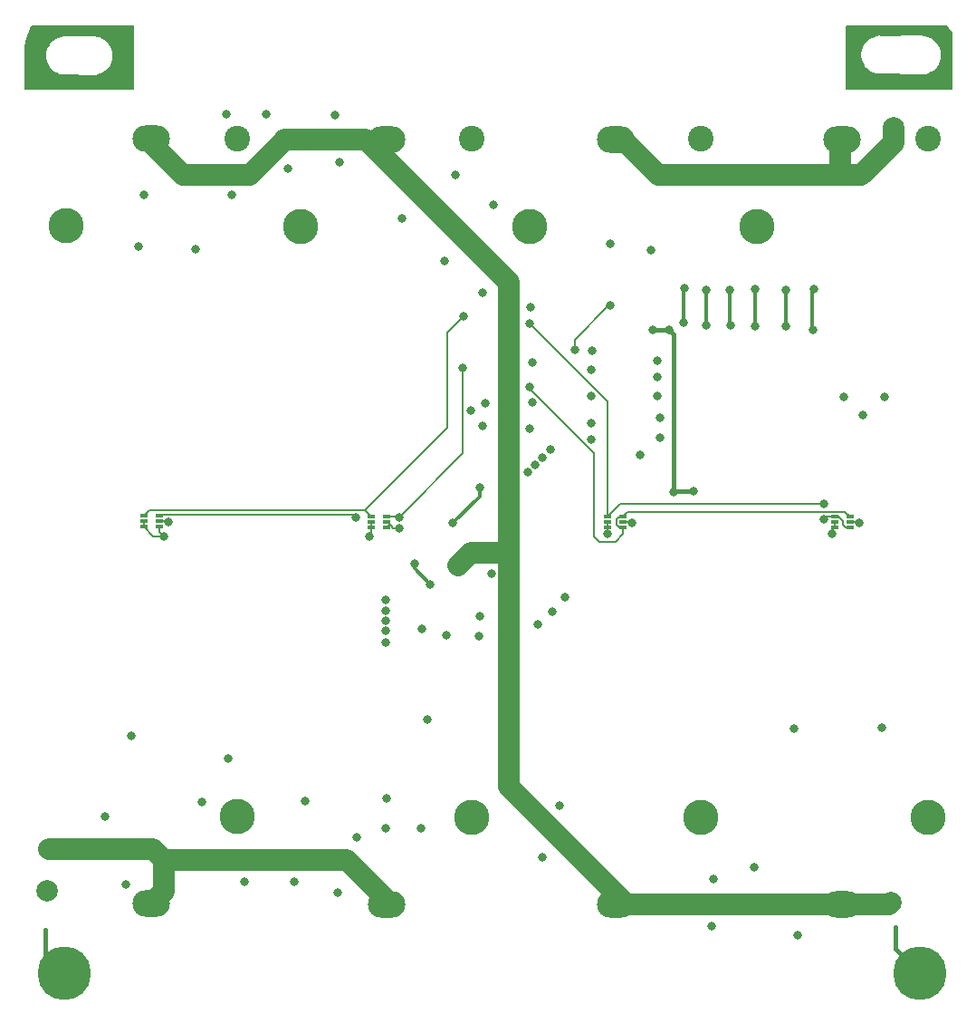
<source format=gbr>
%TF.GenerationSoftware,KiCad,Pcbnew,9.0.3*%
%TF.CreationDate,2025-09-24T18:51:33-07:00*%
%TF.ProjectId,battery_pack_v2,62617474-6572-4795-9f70-61636b5f7632,rev?*%
%TF.SameCoordinates,Original*%
%TF.FileFunction,Copper,L1,Top*%
%TF.FilePolarity,Positive*%
%FSLAX46Y46*%
G04 Gerber Fmt 4.6, Leading zero omitted, Abs format (unit mm)*
G04 Created by KiCad (PCBNEW 9.0.3) date 2025-09-24 18:51:33*
%MOMM*%
%LPD*%
G01*
G04 APERTURE LIST*
G04 Aperture macros list*
%AMRoundRect*
0 Rectangle with rounded corners*
0 $1 Rounding radius*
0 $2 $3 $4 $5 $6 $7 $8 $9 X,Y pos of 4 corners*
0 Add a 4 corners polygon primitive as box body*
4,1,4,$2,$3,$4,$5,$6,$7,$8,$9,$2,$3,0*
0 Add four circle primitives for the rounded corners*
1,1,$1+$1,$2,$3*
1,1,$1+$1,$4,$5*
1,1,$1+$1,$6,$7*
1,1,$1+$1,$8,$9*
0 Add four rect primitives between the rounded corners*
20,1,$1+$1,$2,$3,$4,$5,0*
20,1,$1+$1,$4,$5,$6,$7,0*
20,1,$1+$1,$6,$7,$8,$9,0*
20,1,$1+$1,$8,$9,$2,$3,0*%
G04 Aperture macros list end*
%TA.AperFunction,ComponentPad*%
%ADD10C,5.000000*%
%TD*%
%TA.AperFunction,ComponentPad*%
%ADD11C,3.300000*%
%TD*%
%TA.AperFunction,ComponentPad*%
%ADD12C,2.400000*%
%TD*%
%TA.AperFunction,ComponentPad*%
%ADD13O,3.500000X2.500000*%
%TD*%
%TA.AperFunction,ComponentPad*%
%ADD14C,2.000000*%
%TD*%
%TA.AperFunction,SMDPad,CuDef*%
%ADD15RoundRect,0.087500X-0.250000X-0.087500X0.250000X-0.087500X0.250000X0.087500X-0.250000X0.087500X0*%
%TD*%
%TA.AperFunction,ViaPad*%
%ADD16C,0.800000*%
%TD*%
%TA.AperFunction,Conductor*%
%ADD17C,2.000000*%
%TD*%
%TA.AperFunction,Conductor*%
%ADD18C,0.300000*%
%TD*%
%TA.AperFunction,Conductor*%
%ADD19C,0.152400*%
%TD*%
%TA.AperFunction,Conductor*%
%ADD20C,0.400000*%
%TD*%
G04 APERTURE END LIST*
D10*
%TO.P,,1*%
%TO.N,Chassis Ground*%
X194500000Y-131530000D03*
%TD*%
D11*
%TO.P,BT3,*%
%TO.N,*%
X130600000Y-116950000D03*
X114600000Y-61750000D03*
D12*
X130600000Y-53550000D03*
D13*
%TO.P,BT3,1,+*%
%TO.N,BM*%
X122600000Y-53630000D03*
%TO.P,BT3,2,-*%
%TO.N,B-*%
X122600000Y-125070000D03*
%TD*%
D14*
%TO.P,TP2,1,1*%
%TO.N,B-*%
X113000000Y-120000000D03*
%TD*%
D15*
%TO.P,U5,1,SCL*%
%TO.N,/SCL*%
X165287500Y-88890000D03*
%TO.P,U5,2,GND*%
%TO.N,PACK-*%
X165287500Y-89390000D03*
%TO.P,U5,3,ALERT*%
X165287500Y-89890000D03*
%TO.P,U5,4,ADD0*%
%TO.N,/SDA*%
X166712500Y-89890000D03*
%TO.P,U5,5,V+*%
%TO.N,+3V3*%
X166712500Y-89390000D03*
%TO.P,U5,6,SDA*%
%TO.N,/SDA*%
X166712500Y-88890000D03*
%TD*%
%TO.P,U2,1,SCL*%
%TO.N,/SCL*%
X121887500Y-88850000D03*
%TO.P,U2,2,GND*%
%TO.N,PACK-*%
X121887500Y-89350000D03*
%TO.P,U2,3,ALERT*%
X121887500Y-89850000D03*
%TO.P,U2,4,ADD0*%
X123312500Y-89850000D03*
%TO.P,U2,5,V+*%
%TO.N,+3V3*%
X123312500Y-89350000D03*
%TO.P,U2,6,SDA*%
%TO.N,/SDA*%
X123312500Y-88850000D03*
%TD*%
D14*
%TO.P,TP5,1,1*%
%TO.N,PACK+*%
X192000000Y-52550000D03*
%TD*%
D11*
%TO.P,BT1,*%
%TO.N,*%
X152600000Y-116970000D03*
X136600000Y-61770000D03*
D12*
X152600000Y-53570000D03*
D13*
%TO.P,BT1,1,+*%
%TO.N,BM*%
X144600000Y-53650000D03*
%TO.P,BT1,2,-*%
%TO.N,B-*%
X144600000Y-125090000D03*
%TD*%
D11*
%TO.P,BT2,*%
%TO.N,*%
X174000000Y-116990000D03*
X158000000Y-61790000D03*
D12*
X174000000Y-53590000D03*
D13*
%TO.P,BT2,1,+*%
%TO.N,PACK+*%
X166000000Y-53670000D03*
%TO.P,BT2,2,-*%
%TO.N,BM*%
X166000000Y-125110000D03*
%TD*%
D15*
%TO.P,U4,1,SCL*%
%TO.N,/SCL*%
X143175000Y-88870000D03*
%TO.P,U4,2,GND*%
%TO.N,PACK-*%
X143175000Y-89370000D03*
%TO.P,U4,3,ALERT*%
X143175000Y-89870000D03*
%TO.P,U4,4,ADD0*%
%TO.N,+3V3*%
X144600000Y-89870000D03*
%TO.P,U4,5,V+*%
X144600000Y-89370000D03*
%TO.P,U4,6,SDA*%
%TO.N,/SDA*%
X144600000Y-88870000D03*
%TD*%
%TO.P,U6,1,SCL*%
%TO.N,/SCL*%
X186487500Y-88900000D03*
%TO.P,U6,2,GND*%
%TO.N,PACK-*%
X186487500Y-89400000D03*
%TO.P,U6,3,ALERT*%
X186487500Y-89900000D03*
%TO.P,U6,4,ADD0*%
%TO.N,/SCL*%
X187912500Y-89900000D03*
%TO.P,U6,5,V+*%
%TO.N,+3V3*%
X187912500Y-89400000D03*
%TO.P,U6,6,SDA*%
%TO.N,/SDA*%
X187912500Y-88900000D03*
%TD*%
D10*
%TO.P,,1*%
%TO.N,Chassis Ground*%
X114500000Y-131530000D03*
%TD*%
D14*
%TO.P,TP4,1,1*%
%TO.N,PACK-*%
X112860000Y-123900000D03*
%TD*%
%TO.P,TP3,1,1*%
%TO.N,BM*%
X191800000Y-125000000D03*
%TD*%
D11*
%TO.P,BT4,*%
%TO.N,*%
X195200000Y-117000000D03*
X179200000Y-61800000D03*
D12*
X195200000Y-53600000D03*
D13*
%TO.P,BT4,1,+*%
%TO.N,PACK+*%
X187200000Y-53680000D03*
%TO.P,BT4,2,-*%
%TO.N,BM*%
X187200000Y-125120000D03*
%TD*%
D16*
%TO.N,/VDD*%
X147190097Y-93301507D03*
X148705560Y-95268460D03*
%TO.N,PACK-*%
X121900000Y-58800000D03*
X182700000Y-108700000D03*
X139800000Y-51400000D03*
X163700000Y-77600000D03*
X169300000Y-64000000D03*
X144500000Y-99600000D03*
X158000000Y-80700000D03*
X158200000Y-78200000D03*
X169900000Y-75850000D03*
X165250000Y-90500000D03*
X179000000Y-121700000D03*
X144500000Y-100700000D03*
X146000000Y-61000000D03*
X129800000Y-111500000D03*
X183000000Y-128000000D03*
X163700000Y-75200000D03*
X163700000Y-80200000D03*
X147800000Y-118000000D03*
X148400000Y-107900000D03*
X161300000Y-96400000D03*
X168300000Y-83100000D03*
X137000000Y-115500000D03*
X153600000Y-68000000D03*
X118300000Y-116900000D03*
X126700000Y-63900000D03*
X141800000Y-118900000D03*
X165500000Y-63400000D03*
X157775506Y-84775506D03*
X175132930Y-122786059D03*
X143000000Y-90750000D03*
X123750000Y-90750000D03*
X158700000Y-99000000D03*
X189100000Y-79400000D03*
X159925506Y-82625506D03*
X153200000Y-100100000D03*
X169900000Y-77650000D03*
X150200000Y-100000000D03*
X190900000Y-108600000D03*
X130100000Y-58800000D03*
X121400000Y-63700000D03*
X151070035Y-56949400D03*
X140200000Y-55800000D03*
X160800000Y-115900000D03*
X131300000Y-123000000D03*
X154400000Y-94250000D03*
X170150000Y-79650000D03*
X136000000Y-123000000D03*
X135350000Y-56400000D03*
X152500000Y-79000000D03*
X154600000Y-59800000D03*
X175000000Y-127200000D03*
X159200000Y-120700000D03*
X153300000Y-98200000D03*
X144500000Y-118000000D03*
X153800000Y-78300000D03*
X120700000Y-109400000D03*
X147900000Y-99400000D03*
X160100000Y-97800000D03*
X169950000Y-74300000D03*
X129650000Y-51300000D03*
X120200000Y-123300000D03*
X158100000Y-69300000D03*
X127300000Y-115600000D03*
X133300000Y-51300000D03*
X153600000Y-80400000D03*
X144500000Y-98600000D03*
X150000000Y-65000000D03*
X187400000Y-77750000D03*
X170200000Y-81500000D03*
X144500000Y-96700000D03*
X186250000Y-90500000D03*
X144500000Y-97700000D03*
X163800000Y-73400000D03*
X191150000Y-77750000D03*
X158475506Y-84075506D03*
X159125506Y-83425506D03*
X158200000Y-74500000D03*
X144600000Y-115200000D03*
X140000000Y-124000000D03*
X163700000Y-81700000D03*
%TO.N,BM*%
X151250000Y-93500000D03*
%TO.N,PACK+*%
X172400000Y-70800000D03*
X184550000Y-67650000D03*
X181950000Y-67700000D03*
X181950000Y-71150000D03*
X174450000Y-67700000D03*
X179100000Y-67650000D03*
X172450000Y-67600000D03*
X179050000Y-71100000D03*
X176650000Y-67700000D03*
X176750000Y-71050000D03*
X174450000Y-71000000D03*
X184450000Y-71450000D03*
%TO.N,Net-(Q1-G)*%
X150800000Y-89500000D03*
X153300000Y-86200000D03*
%TO.N,/SDA_IN*%
X165550000Y-69173800D03*
X162200000Y-73300000D03*
%TO.N,+3V3*%
X145750000Y-90000003D03*
X169500000Y-71469670D03*
X171400000Y-86600000D03*
X124165461Y-89429961D03*
X173300000Y-86535565D03*
X188770981Y-89489804D03*
X167565877Y-89470688D03*
X171000000Y-71469670D03*
%TO.N,/SCL*%
X158000000Y-70823800D03*
X185500000Y-89124000D03*
X185500000Y-87750000D03*
X151763683Y-70176000D03*
%TO.N,/SDA*%
X145750000Y-89000000D03*
X151750000Y-75000000D03*
X158000000Y-76750000D03*
X141750000Y-88962447D03*
%TD*%
D17*
%TO.N,B-*%
X123750000Y-123920000D02*
X122600000Y-125070000D01*
X140864156Y-121000000D02*
X123750000Y-121000000D01*
X123750000Y-121000000D02*
X122750000Y-120000000D01*
X123750000Y-121000000D02*
X123750000Y-123920000D01*
X144750000Y-124885844D02*
X140864156Y-121000000D01*
X122750000Y-120000000D02*
X113000000Y-120000000D01*
X144750000Y-124900000D02*
X144750000Y-124885844D01*
D18*
%TO.N,/VDD*%
X147190097Y-93752997D02*
X148705560Y-95268460D01*
X147190097Y-93301507D02*
X147190097Y-93752997D01*
D19*
%TO.N,PACK-*%
X123312500Y-90312500D02*
X123750000Y-90750000D01*
X143175000Y-89370000D02*
X143175000Y-89870000D01*
X143175000Y-90575000D02*
X143000000Y-90750000D01*
X165287500Y-89890000D02*
X165287500Y-90462500D01*
X165287500Y-90462500D02*
X165250000Y-90500000D01*
X186487500Y-89400000D02*
X186487500Y-89900000D01*
X121887500Y-89350000D02*
X121887500Y-89850000D01*
X143175000Y-89870000D02*
X143175000Y-90575000D01*
X186250000Y-90500000D02*
X186250000Y-90137500D01*
X122787500Y-90750000D02*
X123750000Y-90750000D01*
X186250000Y-90137500D02*
X186487500Y-89900000D01*
X121887500Y-89850000D02*
X122787500Y-90750000D01*
X123312500Y-89850000D02*
X123312500Y-90312500D01*
X165287500Y-89390000D02*
X165287500Y-89890000D01*
D17*
%TO.N,BM*%
X144000000Y-55000000D02*
X142670000Y-53670000D01*
X167000000Y-125110000D02*
X178640000Y-125110000D01*
X131791894Y-57000000D02*
X125550000Y-57000000D01*
X144000000Y-54250000D02*
X144600000Y-53650000D01*
X156000000Y-67000000D02*
X144000000Y-55000000D01*
X187000000Y-125090000D02*
X191590000Y-125090000D01*
X144000000Y-55000000D02*
X144000000Y-54250000D01*
X156000000Y-92300000D02*
X156000000Y-67000000D01*
X156000000Y-92300000D02*
X156000000Y-114110000D01*
X178660000Y-125090000D02*
X187000000Y-125090000D01*
X156000000Y-92300000D02*
X152450000Y-92300000D01*
X135050000Y-53670000D02*
X135050000Y-53741894D01*
X125550000Y-57000000D02*
X122400000Y-53850000D01*
X142670000Y-53670000D02*
X135050000Y-53670000D01*
X135050000Y-53741894D02*
X131791894Y-57000000D01*
X156000000Y-114110000D02*
X167000000Y-125110000D01*
X178640000Y-125110000D02*
X178660000Y-125090000D01*
X152450000Y-92300000D02*
X151250000Y-93500000D01*
%TO.N,PACK+*%
X187000000Y-57000000D02*
X189000000Y-57000000D01*
D18*
X174450000Y-71000000D02*
X174450000Y-67700000D01*
D17*
X170000000Y-57000000D02*
X166850000Y-53850000D01*
D18*
X172400000Y-70800000D02*
X172400000Y-67650000D01*
X172400000Y-67650000D02*
X172450000Y-67600000D01*
D17*
X192000000Y-54000000D02*
X192000000Y-52550000D01*
D18*
X176700000Y-71000000D02*
X176700000Y-67750000D01*
D17*
X185350000Y-57000000D02*
X187000000Y-57000000D01*
D18*
X184400000Y-71400000D02*
X184400000Y-67800000D01*
D17*
X187000000Y-55180000D02*
X187000000Y-53650000D01*
D18*
X184450000Y-71450000D02*
X184400000Y-71400000D01*
X176700000Y-67750000D02*
X176650000Y-67700000D01*
X179100000Y-71050000D02*
X179100000Y-67650000D01*
D17*
X185350000Y-57000000D02*
X170000000Y-57000000D01*
D18*
X184400000Y-67800000D02*
X184550000Y-67650000D01*
X181950000Y-71150000D02*
X181950000Y-67700000D01*
X176750000Y-71050000D02*
X176700000Y-71000000D01*
D17*
X187000000Y-55180000D02*
X187020000Y-55180000D01*
D18*
X179050000Y-71100000D02*
X179100000Y-71050000D01*
D17*
X189000000Y-57000000D02*
X192000000Y-54000000D01*
X187000000Y-55180000D02*
X187000000Y-57000000D01*
D18*
%TO.N,Net-(Q1-G)*%
X150800000Y-89500000D02*
X153300000Y-87000000D01*
X153300000Y-87000000D02*
X153300000Y-86200000D01*
D20*
%TO.N,Chassis Ground*%
X192210000Y-127290000D02*
X192210000Y-129240000D01*
X112725000Y-127540000D02*
X112725000Y-129755000D01*
X112725000Y-129755000D02*
X114500000Y-131530000D01*
X192210000Y-129240000D02*
X194500000Y-131530000D01*
D19*
%TO.N,/SDA_IN*%
X162200000Y-73300000D02*
X162200000Y-72350000D01*
X162200000Y-72350000D02*
X165376200Y-69173800D01*
X165376200Y-69173800D02*
X165550000Y-69173800D01*
%TO.N,+3V3*%
X188770981Y-89489804D02*
X188681177Y-89400000D01*
X167485189Y-89390000D02*
X166712500Y-89390000D01*
X167565877Y-89470688D02*
X167485189Y-89390000D01*
X124085500Y-89350000D02*
X123312500Y-89350000D01*
D20*
X173300000Y-86535565D02*
X171464435Y-86535565D01*
D19*
X124165461Y-89429961D02*
X124085500Y-89350000D01*
D20*
X169500000Y-71469670D02*
X171000000Y-71469670D01*
X171464435Y-86535565D02*
X171400000Y-86600000D01*
D19*
X144710000Y-89760000D02*
X144600000Y-89870000D01*
X145750000Y-90000003D02*
X145230003Y-90000003D01*
D20*
X171000000Y-71469670D02*
X171400000Y-71869670D01*
D19*
X144990000Y-89760000D02*
X144600000Y-89370000D01*
X144990000Y-89760000D02*
X144710000Y-89760000D01*
X188681177Y-89400000D02*
X187912500Y-89400000D01*
D20*
X171400000Y-71869670D02*
X171400000Y-86600000D01*
D19*
X145230003Y-90000003D02*
X144990000Y-89760000D01*
%TO.N,/SCL*%
X187297800Y-89640988D02*
X187556812Y-89900000D01*
X185500000Y-89124000D02*
X185724000Y-88900000D01*
X187297800Y-89354612D02*
X187297800Y-89640988D01*
X151763683Y-70176000D02*
X150250000Y-71689683D01*
X122451253Y-88286247D02*
X142591247Y-88286247D01*
X165287500Y-88890000D02*
X166427500Y-87750000D01*
X150250000Y-80627494D02*
X142591247Y-88286247D01*
X165287500Y-88890000D02*
X165287500Y-78111300D01*
X186843188Y-88900000D02*
X187297800Y-89354612D01*
X178000000Y-87750000D02*
X185500000Y-87750000D01*
X150250000Y-71689683D02*
X150250000Y-80627494D01*
X187556812Y-89900000D02*
X187912500Y-89900000D01*
X185724000Y-88900000D02*
X186487500Y-88900000D01*
X121887500Y-88850000D02*
X122451253Y-88286247D01*
X186487500Y-88900000D02*
X186843188Y-88900000D01*
X165287500Y-78111300D02*
X158000000Y-70823800D01*
X142591247Y-88286247D02*
X143175000Y-88870000D01*
X166427500Y-87750000D02*
X178000000Y-87750000D01*
%TO.N,/SDA*%
X141537553Y-88750000D02*
X141750000Y-88962447D01*
X151750000Y-83000000D02*
X145750000Y-89000000D01*
X166712500Y-90537500D02*
X166712500Y-89890000D01*
X166712500Y-88890000D02*
X167154700Y-88447800D01*
X144600000Y-88870000D02*
X145620000Y-88870000D01*
X151750000Y-75000000D02*
X151750000Y-83000000D01*
X164500000Y-91250000D02*
X166000000Y-91250000D01*
X166097800Y-89630988D02*
X166097800Y-89149012D01*
X164000000Y-90750000D02*
X164500000Y-91250000D01*
X167154700Y-88447800D02*
X187460300Y-88447800D01*
X187460300Y-88447800D02*
X187912500Y-88900000D01*
X166712500Y-89890000D02*
X166356812Y-89890000D01*
X158000000Y-76957706D02*
X164000000Y-82957706D01*
X166000000Y-91250000D02*
X166712500Y-90537500D01*
X164000000Y-82957706D02*
X164000000Y-90750000D01*
X166356812Y-88890000D02*
X166712500Y-88890000D01*
X123312500Y-88850000D02*
X123412500Y-88750000D01*
X158000000Y-76750000D02*
X158000000Y-76957706D01*
X166097800Y-89149012D02*
X166356812Y-88890000D01*
X145620000Y-88870000D02*
X145750000Y-89000000D01*
X166356812Y-89890000D02*
X166097800Y-89630988D01*
X123412500Y-88750000D02*
X141537553Y-88750000D01*
%TD*%
%TA.AperFunction,Conductor*%
%TO.N,Chassis Ground*%
G36*
X197003197Y-43020002D02*
G01*
X197032024Y-43045520D01*
X197470950Y-43574269D01*
X197499069Y-43639456D01*
X197500000Y-43654745D01*
X197500000Y-48874000D01*
X197479998Y-48942121D01*
X197426342Y-48988614D01*
X197374000Y-49000000D01*
X187626000Y-49000000D01*
X187557879Y-48979998D01*
X187511386Y-48926342D01*
X187500000Y-48874000D01*
X187500000Y-45854374D01*
X188995959Y-45854374D01*
X188995959Y-45854386D01*
X189028799Y-46108798D01*
X189028800Y-46108803D01*
X189097870Y-46355857D01*
X189097875Y-46355872D01*
X189201733Y-46590420D01*
X189201735Y-46590424D01*
X189282215Y-46718480D01*
X189338241Y-46807626D01*
X189504548Y-47002949D01*
X189504553Y-47002953D01*
X189697203Y-47172339D01*
X189912205Y-47312276D01*
X189912207Y-47312277D01*
X190145092Y-47419858D01*
X190145094Y-47419858D01*
X190145095Y-47419859D01*
X190145098Y-47419860D01*
X190391019Y-47492845D01*
X190391021Y-47492846D01*
X190447438Y-47501041D01*
X190644891Y-47529727D01*
X190771129Y-47529819D01*
X190772524Y-47529829D01*
X194582028Y-47579304D01*
X194583275Y-47579821D01*
X194621857Y-47579821D01*
X194660437Y-47580323D01*
X194660437Y-47580322D01*
X194667992Y-47580421D01*
X194674973Y-47579778D01*
X194751932Y-47579781D01*
X195006861Y-47543133D01*
X195253979Y-47470578D01*
X195488256Y-47363592D01*
X195704922Y-47224354D01*
X195899567Y-47055697D01*
X196068228Y-46861056D01*
X196207472Y-46644393D01*
X196314463Y-46410119D01*
X196387024Y-46163002D01*
X196423678Y-45908075D01*
X196423678Y-45650525D01*
X196387024Y-45395598D01*
X196314463Y-45148481D01*
X196226877Y-44956697D01*
X196207476Y-44914215D01*
X196207472Y-44914207D01*
X196178246Y-44868732D01*
X196068228Y-44697544D01*
X196032205Y-44655972D01*
X195899568Y-44502903D01*
X195704923Y-44334247D01*
X195704922Y-44334246D01*
X195488256Y-44195008D01*
X195488246Y-44195003D01*
X195253985Y-44088024D01*
X195253980Y-44088022D01*
X195253979Y-44088022D01*
X195191402Y-44069649D01*
X195006860Y-44015466D01*
X194816013Y-43988031D01*
X194751932Y-43978819D01*
X194751930Y-43978819D01*
X194675377Y-43978819D01*
X194675377Y-43978820D01*
X194663017Y-43978820D01*
X194663002Y-43978814D01*
X194625014Y-43978820D01*
X194623160Y-43978821D01*
X194623156Y-43978822D01*
X194572203Y-43978822D01*
X194572097Y-43978832D01*
X190829630Y-43979612D01*
X190825701Y-43979552D01*
X190712707Y-43976049D01*
X190701291Y-43975696D01*
X190701290Y-43975696D01*
X190701289Y-43975696D01*
X190446386Y-44004500D01*
X190446372Y-44004503D01*
X190198259Y-44069649D01*
X190198258Y-44069649D01*
X189962085Y-44169782D01*
X189962083Y-44169783D01*
X189742734Y-44302837D01*
X189544806Y-44466025D01*
X189372388Y-44655968D01*
X189229064Y-44868723D01*
X189229056Y-44868738D01*
X189117803Y-45099879D01*
X189117802Y-45099880D01*
X189040926Y-45344626D01*
X189000028Y-45597877D01*
X188995959Y-45854374D01*
X187500000Y-45854374D01*
X187500000Y-43126000D01*
X187520002Y-43057879D01*
X187573658Y-43011386D01*
X187626000Y-43000000D01*
X196935076Y-43000000D01*
X197003197Y-43020002D01*
G37*
%TD.AperFunction*%
%TD*%
%TA.AperFunction,Conductor*%
%TO.N,Chassis Ground*%
G36*
X120942121Y-43020002D02*
G01*
X120988614Y-43073658D01*
X121000000Y-43126000D01*
X121000000Y-48874000D01*
X120979998Y-48942121D01*
X120926342Y-48988614D01*
X120874000Y-49000000D01*
X110826500Y-49000000D01*
X110758379Y-48979998D01*
X110711886Y-48926342D01*
X110700500Y-48874000D01*
X110700500Y-46037542D01*
X110701346Y-46035363D01*
X110700500Y-45997757D01*
X110700500Y-45992675D01*
X110700511Y-45990974D01*
X110701491Y-45918391D01*
X110703048Y-45803099D01*
X112773656Y-45803099D01*
X112782289Y-45958081D01*
X112787830Y-46057570D01*
X112787830Y-46057574D01*
X112787831Y-46057575D01*
X112838123Y-46307408D01*
X112838128Y-46307428D01*
X112919696Y-46536809D01*
X112923516Y-46547551D01*
X113042260Y-46773062D01*
X113142386Y-46911060D01*
X113191929Y-46979343D01*
X113191939Y-46979355D01*
X113369469Y-47162190D01*
X113369473Y-47162193D01*
X113369474Y-47162194D01*
X113571264Y-47317871D01*
X113793182Y-47443199D01*
X113793185Y-47443200D01*
X114030691Y-47535619D01*
X114087950Y-47548910D01*
X114278958Y-47593247D01*
X114374014Y-47601363D01*
X114381260Y-47604442D01*
X114413517Y-47604735D01*
X114445665Y-47607477D01*
X114445665Y-47607476D01*
X114445668Y-47607477D01*
X114458006Y-47606098D01*
X114458169Y-47607561D01*
X114473288Y-47605278D01*
X117132401Y-47629459D01*
X117133275Y-47629821D01*
X117172287Y-47629821D01*
X117211219Y-47630176D01*
X117211220Y-47630175D01*
X117220103Y-47630256D01*
X117225175Y-47629778D01*
X117301932Y-47629781D01*
X117556861Y-47593133D01*
X117803979Y-47520578D01*
X118038256Y-47413592D01*
X118254922Y-47274354D01*
X118449567Y-47105697D01*
X118618228Y-46911056D01*
X118757472Y-46694393D01*
X118864463Y-46460119D01*
X118937024Y-46213002D01*
X118973678Y-45958075D01*
X118973678Y-45700525D01*
X118937024Y-45445598D01*
X118864463Y-45198481D01*
X118757472Y-44964207D01*
X118618228Y-44747544D01*
X118532907Y-44649080D01*
X118449568Y-44552903D01*
X118254923Y-44384247D01*
X118254922Y-44384246D01*
X118038256Y-44245008D01*
X118038246Y-44245003D01*
X117803985Y-44138024D01*
X117803980Y-44138022D01*
X117803979Y-44138022D01*
X117741633Y-44119717D01*
X117556860Y-44065466D01*
X117366013Y-44038031D01*
X117301932Y-44028819D01*
X117301930Y-44028819D01*
X117224902Y-44028819D01*
X117224902Y-44028820D01*
X117212046Y-44028820D01*
X117211128Y-44028450D01*
X117172170Y-44028821D01*
X117171596Y-44028822D01*
X117171595Y-44028821D01*
X117171593Y-44028822D01*
X117124382Y-44028822D01*
X117119524Y-44029324D01*
X114521819Y-44054128D01*
X114521820Y-44054129D01*
X114506358Y-44054276D01*
X114502074Y-44052765D01*
X114466639Y-44054656D01*
X114463863Y-44054683D01*
X114431141Y-44054995D01*
X114431044Y-44055016D01*
X114412042Y-44057492D01*
X114334995Y-44061615D01*
X114085032Y-44111336D01*
X113844702Y-44196175D01*
X113844698Y-44196177D01*
X113618924Y-44314397D01*
X113618920Y-44314400D01*
X113412296Y-44463595D01*
X113412292Y-44463598D01*
X113229040Y-44640717D01*
X113229032Y-44640726D01*
X113072903Y-44842145D01*
X113072892Y-44842161D01*
X112947062Y-45063777D01*
X112947058Y-45063785D01*
X112854095Y-45301077D01*
X112854091Y-45301089D01*
X112795897Y-45549210D01*
X112795896Y-45549215D01*
X112773656Y-45803099D01*
X110703048Y-45803099D01*
X110706503Y-45547315D01*
X110706949Y-45538300D01*
X110744837Y-45096238D01*
X110745935Y-45087248D01*
X110749662Y-45063781D01*
X110815521Y-44649060D01*
X110817258Y-44640199D01*
X110918188Y-44208129D01*
X110920557Y-44199421D01*
X111052298Y-43775749D01*
X111055283Y-43767241D01*
X111217173Y-43354105D01*
X111220767Y-43345825D01*
X111351648Y-43071710D01*
X111399050Y-43018855D01*
X111465352Y-43000000D01*
X120874000Y-43000000D01*
X120942121Y-43020002D01*
G37*
%TD.AperFunction*%
%TD*%
M02*

</source>
